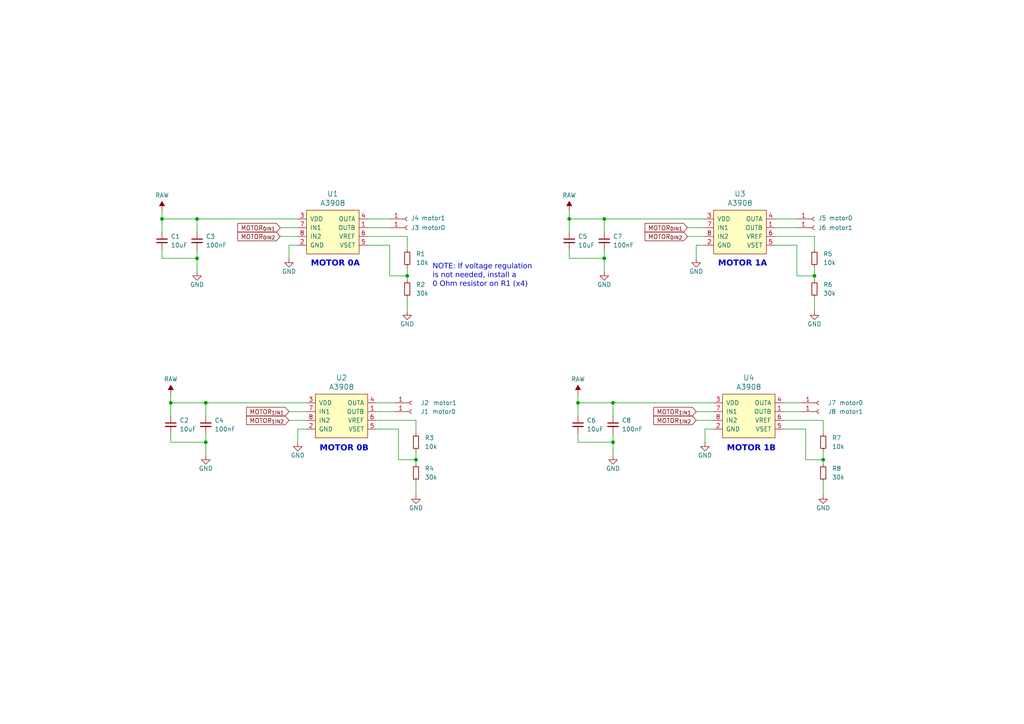
<source format=kicad_sch>
(kicad_sch (version 20231120) (generator "eeschema") (generator_version "8.0")
  (paper "A4")
  (title_block (date "2024-10-17"))
  (lib_symbols
    (symbol "A3908-custom_IC_1" (pin_names (offset 1.016))
      (property "Reference" "U5" (at 0 11.0998 0))
      (property "Value" "A3908" (at 0 8.4074 0))
      (symbol "A3908-custom_IC_1_1_1"
        (rectangle (start -7.62 6.35) (end 7.62 -6.35) (fill (type background)))
        (pin input line (at 10.16 1.27 180) (length 2.54) (name "OUTB") (number "1"))
        (pin input line (at -10.16 -3.81 0) (length 2.54) (name "GND") (number "2"))
        (pin input line (at -10.16 3.81 0) (length 2.54) (name "VDD") (number "3"))
        (pin input line (at 10.16 3.81 180) (length 2.54) (name "OUTA") (number "4"))
        (pin input line (at 10.16 -3.81 180) (length 2.54) (name "VSET") (number "5"))
        (pin input line (at 10.16 -1.27 180) (length 2.54) (name "VREF") (number "6"))
        (pin input line (at -10.16 1.27 0) (length 2.54) (name "IN1") (number "7"))
        (pin input line (at -10.16 -1.27 0) (length 2.54) (name "IN2") (number "8"))
        (pin input line (at -10.16 -3.81 0) (length 2.54) hide (name "GND_PAD") (number "9"))
      )
    )
    (symbol "Device:C_Small" (pin_numbers hide) (pin_names (offset 0.254) hide)
      (property "Reference" "C" (at 0.254 1.778 0))
      (property "Value" "C_Small" (at 0.254 -2.032 0))
      (symbol "C_Small_0_1"
        (polyline (pts (xy -1.524 -0.508) (xy 1.524 -0.508)) (stroke (width 0.3302)))
        (polyline (pts (xy -1.524 0.508) (xy 1.524 0.508)) (stroke (width 0.3048)))
      )
      (symbol "C_Small_1_1"
        (pin passive line (at 0 2.54 270) (length 2.032) (name "~") (number "1"))
        (pin passive line (at 0 -2.54 90) (length 2.032) (name "~") (number "2"))
      )
    )
    (symbol "Device:R_Small" (pin_numbers hide) (pin_names (offset 0.254) hide)
      (property "Reference" "R" (at 0.762 0.508 0))
      (property "Value" "R_Small" (at 0.762 -1.016 0))
      (symbol "R_Small_0_1"
        (rectangle (start -0.762 1.778) (end 0.762 -1.778) (stroke (width 0.2032)))
      )
      (symbol "R_Small_1_1"
        (pin passive line (at 0 2.54 270) (length 0.762) (name "~") (number "1"))
        (pin passive line (at 0 -2.54 90) (length 0.762) (name "~") (number "2"))
      )
    )
    (symbol "SAMC21_breakout-rescue:Conn_01x01_Female-Connector" (pin_names (offset 1.016) hide)
      (property "Reference" "J" (at 0 2.54 0))
      (property "Value" "Connector:Conn_01x01_Female" (at 0 -2.54 0))
      (symbol "Conn_01x01_Female-Connector_1_1"
        (polyline (pts (xy -1.27 0) (xy -0.508 0)) (stroke (width 0.1524)))
        (arc (start 0 0.508) (mid -0.508 0) (end 0 -0.508) (stroke (width 0.1524)))
        (pin passive line (at -5.08 0 0) (length 3.81) (name "Pin_1") (number "1"))
      )
    )
    (symbol "SAMC21_breakout-rescue:GND" (power) (pin_names (offset 0))
      (property "Value" "GND" (at 0 -3.81 0))
      (symbol "GND_0_1"
        (polyline (pts (xy 0 0) (xy 0 -1.27) (xy 1.27 -1.27) (xy 0 -2.54) (xy -1.27 -1.27) (xy 0 -1.27)))
      )
      (symbol "GND_1_1"
        (pin power_in line (at 0 0 270) (length 0) hide (name "GND") (number "1"))
      )
    )
    (symbol "power:VCOM" (power) (pin_numbers hide) (pin_names (offset 0) hide)
      (property "Value" "VCOM" (at 0 3.556 0))
      (symbol "VCOM_0_1"
        (polyline (pts (xy 0 0) (xy 0 2.54)))
        (polyline (pts (xy 0.762 1.27) (xy -0.762 1.27) (xy 0 2.54) (xy 0.762 1.27)) (fill (type outline)))
      )
      (symbol "VCOM_1_1"
        (pin power_in line (at 0 0 90) (length 0) (name "~") (number "1"))
      )
    )
  )
  (junction (at 238.76 133.35))
  (junction (at 57.15 74.93))
  (junction (at 167.64 116.84))
  (junction (at 236.22 80.01))
  (junction (at 165.1 63.5))
  (junction (at 46.99 63.5))
  (junction (at 118.11 80.01))
  (junction (at 49.53 116.84))
  (junction (at 120.65 133.35))
  (junction (at 177.8 116.84))
  (junction (at 59.69 128.27))
  (junction (at 57.15 63.5))
  (junction (at 177.8 128.27))
  (junction (at 59.69 116.84))
  (junction (at 175.26 74.93))
  (junction (at 175.26 63.5))
  (wire (pts (xy 57.15 78.74) (xy 57.15 74.93)))
  (wire (pts (xy 165.1 63.5) (xy 165.1 67.31)))
  (wire (pts (xy 83.82 71.12) (xy 86.36 71.12)))
  (wire (pts (xy 114.3 119.38) (xy 109.22 119.38)))
  (wire (pts (xy 227.33 124.46) (xy 233.68 124.46)))
  (wire (pts (xy 46.99 60.96) (xy 46.99 63.5)))
  (wire (pts (xy 86.36 124.46) (xy 88.9 124.46)))
  (wire (pts (xy 201.93 119.38) (xy 207.01 119.38)))
  (wire (pts (xy 236.22 72.39) (xy 236.22 68.58)))
  (wire (pts (xy 227.33 121.92) (xy 238.76 121.92)))
  (wire (pts (xy 238.76 133.35) (xy 238.76 134.62)))
  (wire (pts (xy 224.79 68.58) (xy 236.22 68.58)))
  (wire (pts (xy 238.76 143.51) (xy 238.76 139.7)))
  (wire (pts (xy 120.65 130.81) (xy 120.65 133.35)))
  (wire (pts (xy 175.26 67.31) (xy 175.26 63.5)))
  (wire (pts (xy 177.8 132.08) (xy 177.8 128.27)))
  (wire (pts (xy 175.26 74.93) (xy 175.26 72.39)))
  (wire (pts (xy 177.8 116.84) (xy 167.64 116.84)))
  (wire (pts (xy 233.68 124.46) (xy 233.68 133.35)))
  (wire (pts (xy 231.14 63.5) (xy 224.79 63.5)))
  (wire (pts (xy 59.69 128.27) (xy 59.69 125.73)))
  (wire (pts (xy 49.53 128.27) (xy 49.53 125.73)))
  (wire (pts (xy 175.26 78.74) (xy 175.26 74.93)))
  (wire (pts (xy 109.22 124.46) (xy 115.57 124.46)))
  (wire (pts (xy 167.64 116.84) (xy 167.64 120.65)))
  (wire (pts (xy 120.65 125.73) (xy 120.65 121.92)))
  (wire (pts (xy 199.39 66.04) (xy 204.47 66.04)))
  (wire (pts (xy 57.15 74.93) (xy 57.15 72.39)))
  (wire (pts (xy 236.22 77.47) (xy 236.22 80.01)))
  (wire (pts (xy 236.22 80.01) (xy 231.14 80.01)))
  (wire (pts (xy 118.11 72.39) (xy 118.11 68.58)))
  (wire (pts (xy 232.41 116.84) (xy 227.33 116.84)))
  (wire (pts (xy 201.93 71.12) (xy 204.47 71.12)))
  (wire (pts (xy 118.11 77.47) (xy 118.11 80.01)))
  (wire (pts (xy 115.57 124.46) (xy 115.57 133.35)))
  (wire (pts (xy 236.22 80.01) (xy 236.22 81.28)))
  (wire (pts (xy 238.76 125.73) (xy 238.76 121.92)))
  (wire (pts (xy 175.26 74.93) (xy 165.1 74.93)))
  (wire (pts (xy 118.11 80.01) (xy 118.11 81.28)))
  (wire (pts (xy 106.68 68.58) (xy 118.11 68.58)))
  (wire (pts (xy 59.69 128.27) (xy 49.53 128.27)))
  (wire (pts (xy 177.8 116.84) (xy 207.01 116.84)))
  (wire (pts (xy 204.47 128.27) (xy 204.47 124.46)))
  (wire (pts (xy 238.76 130.81) (xy 238.76 133.35)))
  (wire (pts (xy 175.26 63.5) (xy 204.47 63.5)))
  (wire (pts (xy 118.11 80.01) (xy 113.03 80.01)))
  (wire (pts (xy 113.03 66.04) (xy 106.68 66.04)))
  (wire (pts (xy 165.1 60.96) (xy 165.1 63.5)))
  (wire (pts (xy 83.82 119.38) (xy 88.9 119.38)))
  (wire (pts (xy 232.41 119.38) (xy 227.33 119.38)))
  (wire (pts (xy 231.14 66.04) (xy 224.79 66.04)))
  (wire (pts (xy 83.82 121.92) (xy 88.9 121.92)))
  (wire (pts (xy 59.69 116.84) (xy 88.9 116.84)))
  (wire (pts (xy 201.93 121.92) (xy 207.01 121.92)))
  (wire (pts (xy 201.93 74.93) (xy 201.93 71.12)))
  (wire (pts (xy 57.15 63.5) (xy 86.36 63.5)))
  (wire (pts (xy 49.53 114.3) (xy 49.53 116.84)))
  (wire (pts (xy 120.65 133.35) (xy 120.65 134.62)))
  (wire (pts (xy 175.26 63.5) (xy 165.1 63.5)))
  (wire (pts (xy 114.3 116.84) (xy 109.22 116.84)))
  (wire (pts (xy 57.15 67.31) (xy 57.15 63.5)))
  (wire (pts (xy 165.1 74.93) (xy 165.1 72.39)))
  (wire (pts (xy 106.68 71.12) (xy 113.03 71.12)))
  (wire (pts (xy 59.69 116.84) (xy 49.53 116.84)))
  (wire (pts (xy 83.82 74.93) (xy 83.82 71.12)))
  (wire (pts (xy 109.22 121.92) (xy 120.65 121.92)))
  (wire (pts (xy 120.65 143.51) (xy 120.65 139.7)))
  (wire (pts (xy 177.8 120.65) (xy 177.8 116.84)))
  (wire (pts (xy 81.28 68.58) (xy 86.36 68.58)))
  (wire (pts (xy 177.8 128.27) (xy 177.8 125.73)))
  (wire (pts (xy 113.03 63.5) (xy 106.68 63.5)))
  (wire (pts (xy 238.76 133.35) (xy 233.68 133.35)))
  (wire (pts (xy 59.69 132.08) (xy 59.69 128.27)))
  (wire (pts (xy 167.64 128.27) (xy 167.64 125.73)))
  (wire (pts (xy 120.65 133.35) (xy 115.57 133.35)))
  (wire (pts (xy 57.15 63.5) (xy 46.99 63.5)))
  (wire (pts (xy 81.28 66.04) (xy 86.36 66.04)))
  (wire (pts (xy 224.79 71.12) (xy 231.14 71.12)))
  (wire (pts (xy 231.14 71.12) (xy 231.14 80.01)))
  (wire (pts (xy 177.8 128.27) (xy 167.64 128.27)))
  (wire (pts (xy 59.69 120.65) (xy 59.69 116.84)))
  (wire (pts (xy 49.53 116.84) (xy 49.53 120.65)))
  (wire (pts (xy 236.22 90.17) (xy 236.22 86.36)))
  (wire (pts (xy 86.36 128.27) (xy 86.36 124.46)))
  (wire (pts (xy 204.47 124.46) (xy 207.01 124.46)))
  (wire (pts (xy 46.99 63.5) (xy 46.99 67.31)))
  (wire (pts (xy 57.15 74.93) (xy 46.99 74.93)))
  (wire (pts (xy 46.99 74.93) (xy 46.99 72.39)))
  (wire (pts (xy 167.64 114.3) (xy 167.64 116.84)))
  (wire (pts (xy 118.11 90.17) (xy 118.11 86.36)))
  (wire (pts (xy 113.03 71.12) (xy 113.03 80.01)))
  (wire (pts (xy 199.39 68.58) (xy 204.47 68.58)))
  (text "MOTOR 0B\n" (at 92.71 131.572 0) (effects (font (size 1.7 1.7) (thickness 0.34) (bold yes)) (justify left bottom)))
  (text "MOTOR 1B\n" (at 210.82 131.572 0) (effects (font (size 1.7 1.7) (thickness 0.34) (bold yes)) (justify left bottom)))
  (text "NOTE: If voltage regulation\nis not needed, install a \n0 Ohm resistor on R1 (x4)" (at 125.476 83.82 0) (effects (font (size 1.524 1.524)) (justify left bottom)))
  (text "MOTOR 0A\n" (at 90.17 77.978 0) (effects (font (size 1.7 1.7) (thickness 0.34) (bold yes)) (justify left bottom)))
  (text "MOTOR 1A\n" (at 208.28 77.978 0) (effects (font (size 1.7 1.7) (thickness 0.34) (bold yes)) (justify left bottom)))
  (global_label "MOTOR_{1_{IN1}}" (shape input) (at 83.82 119.38 180) (property "Intersheetrefs" "${INTERSHEET_REFS}" (effects (hide yes))))
  (global_label "MOTOR_{0_{IN2}}" (shape input) (at 199.39 68.58 180) (property "Intersheetrefs" "${INTERSHEET_REFS}" (effects (hide yes))))
  (global_label "MOTOR_{0_{IN1}}" (shape input) (at 81.28 66.04 180) (property "Intersheetrefs" "${INTERSHEET_REFS}" (effects (hide yes))))
  (global_label "MOTOR_{1_{IN1}}" (shape input) (at 201.93 119.38 180) (property "Intersheetrefs" "${INTERSHEET_REFS}" (effects (hide yes))))
  (global_label "MOTOR_{0_{IN1}}" (shape input) (at 199.39 66.04 180) (property "Intersheetrefs" "${INTERSHEET_REFS}" (effects (hide yes))))
  (global_label "MOTOR_{0_{IN2}}" (shape input) (at 81.28 68.58 180) (property "Intersheetrefs" "${INTERSHEET_REFS}" (effects (hide yes))))
  (global_label "MOTOR_{1_{IN2}}" (shape input) (at 83.82 121.92 180) (property "Intersheetrefs" "${INTERSHEET_REFS}" (effects (hide yes))))
  (global_label "MOTOR_{1_{IN2}}" (shape input) (at 201.93 121.92 180) (property "Intersheetrefs" "${INTERSHEET_REFS}" (effects (hide yes))))
  (symbol (lib_id "Device:C_Small") (at 165.1 69.85 0) (mirror y) (unit 1)
    (property "Reference" "C5" (at 167.64 68.5862 0) (effects (justify right)))
    (property "Value" "10uF" (at 167.64 71.1262 0) (effects (justify right)))
    (property "Description" "Unpolarized capacitor, small symbol" (effects (hide yes)))
  )
  (symbol (lib_id "Device:R_Small") (at 236.22 83.82 0) (unit 1)
    (property "Reference" "R6" (at 238.76 82.5499 0) (effects (justify left)))
    (property "Value" "30k" (at 238.76 85.0899 0) (effects (justify left)))
    (property "Description" "Resistor, small symbol" (effects (hide yes)))
  )
  (symbol (lib_id "Device:R_Small") (at 120.65 137.16 0) (unit 1)
    (property "Reference" "R4" (at 123.19 135.8899 0) (effects (justify left)))
    (property "Value" "30k" (at 123.19 138.4299 0) (effects (justify left)))
    (property "Description" "Resistor, small symbol" (effects (hide yes)))
  )
  (symbol (lib_id "SAMC21_breakout-rescue:GND") (at 118.11 90.17 0) (unit 1)
    (property "Reference" "#PWR036" (effects (hide yes)))
    (property "Value" "GND" (at 118.11 93.98 0))
  )
  (symbol (lib_id "Device:R_Small") (at 238.76 137.16 0) (unit 1)
    (property "Reference" "R8" (at 241.3 135.8899 0) (effects (justify left)))
    (property "Value" "30k" (at 241.3 138.4299 0) (effects (justify left)))
    (property "Description" "Resistor, small symbol" (effects (hide yes)))
  )
  (symbol (lib_id "SAMC21_breakout-rescue:GND") (at 201.93 74.93 0) (unit 1)
    (property "Reference" "#PWR059" (effects (hide yes)))
    (property "Value" "GND" (at 201.93 78.74 0))
  )
  (symbol (lib_id "Device:R_Small") (at 118.11 83.82 0) (unit 1)
    (property "Reference" "R2" (at 120.65 82.5499 0) (effects (justify left)))
    (property "Value" "30k" (at 120.65 85.0899 0) (effects (justify left)))
    (property "Description" "Resistor, small symbol" (effects (hide yes)))
  )
  (symbol (lib_id "SAMC21_breakout-rescue:GND") (at 59.69 132.08 0) (unit 1)
    (property "Reference" "#PWR053" (effects (hide yes)))
    (property "Value" "GND" (at 59.69 135.89 0))
  )
  (symbol (lib_name "A3908-custom_IC_1") (lib_id "SAMC21_breakout-rescue:A3908-custom_IC") (at 96.52 67.31 0) (unit 1)
    (property "Reference" "U1" (at 96.52 56.2102 0) (effects (font (size 1.524 1.524))))
    (property "Value" "A3908" (at 96.52 58.9026 0) (effects (font (size 1.524 1.524))))
    (property "Footprint" "kicad_reformed_custom_IC:A3908" (effects (hide yes)))
    (property "Datasheet" "https://www.allegromicro.com/-/media/files/datasheets/a3908-datasheet.pdf" (effects (hide yes)))
  )
  (symbol (lib_id "SAMC21_breakout-rescue:Conn_01x01_Female-Connector") (at 119.38 116.84 0) (mirror x) (unit 1)
    (property "Reference" "J2" (at 123.19 116.84 0))
    (property "Value" "motor1" (at 129.032 116.84 0))
    (property "Footprint" "TestPoint:TestPoint_Pad_2.0x2.0mm" (effects (hide yes)))
  )
  (symbol (lib_name "A3908-custom_IC_1") (lib_id "SAMC21_breakout-rescue:A3908-custom_IC") (at 99.06 120.65 0) (unit 1)
    (property "Reference" "U2" (at 99.06 109.5502 0) (effects (font (size 1.524 1.524))))
    (property "Value" "A3908" (at 99.06 112.2426 0) (effects (font (size 1.524 1.524))))
    (property "Footprint" "kicad_reformed_custom_IC:A3908" (effects (hide yes)))
    (property "Datasheet" "https://www.allegromicro.com/-/media/files/datasheets/a3908-datasheet.pdf" (effects (hide yes)))
  )
  (symbol (lib_id "SAMC21_breakout-rescue:GND") (at 177.8 132.08 0) (unit 1)
    (property "Reference" "#PWR058" (effects (hide yes)))
    (property "Value" "GND" (at 177.8 135.89 0))
  )
  (symbol (lib_id "SAMC21_breakout-rescue:Conn_01x01_Female-Connector") (at 119.38 119.38 0) (mirror x) (unit 1)
    (property "Reference" "J1" (at 123.19 119.38 0))
    (property "Value" "motor0" (at 128.778 119.38 0))
    (property "Footprint" "TestPoint:TestPoint_Pad_2.0x2.0mm" (effects (hide yes)))
  )
  (symbol (lib_id "Device:C_Small") (at 175.26 69.85 0) (mirror y) (unit 1)
    (property "Reference" "C7" (at 177.8 68.5862 0) (effects (justify right)))
    (property "Value" "100nF" (at 177.8 71.1262 0) (effects (justify right)))
    (property "Description" "Unpolarized capacitor, small symbol" (effects (hide yes)))
  )
  (symbol (lib_id "Device:R_Small") (at 236.22 74.93 0) (unit 1)
    (property "Reference" "R5" (at 238.76 73.6599 0) (effects (justify left)))
    (property "Value" "10k" (at 238.76 76.1999 0) (effects (justify left)))
    (property "Description" "Resistor, small symbol" (effects (hide yes)))
  )
  (symbol (lib_id "Device:R_Small") (at 118.11 74.93 0) (unit 1)
    (property "Reference" "R1" (at 120.65 73.6599 0) (effects (justify left)))
    (property "Value" "10k" (at 120.65 76.1999 0) (effects (justify left)))
    (property "Description" "Resistor, small symbol" (effects (hide yes)))
  )
  (symbol (lib_id "SAMC21_breakout-rescue:GND") (at 236.22 90.17 0) (unit 1)
    (property "Reference" "#PWR061" (effects (hide yes)))
    (property "Value" "GND" (at 236.22 93.98 0))
  )
  (symbol (lib_id "Device:C_Small") (at 177.8 123.19 0) (mirror y) (unit 1)
    (property "Reference" "C8" (at 180.34 121.9262 0) (effects (justify right)))
    (property "Value" "100nF" (at 180.34 124.4662 0) (effects (justify right)))
    (property "Description" "Unpolarized capacitor, small symbol" (effects (hide yes)))
  )
  (symbol (lib_id "Device:C_Small") (at 167.64 123.19 0) (mirror y) (unit 1)
    (property "Reference" "C6" (at 170.18 121.9262 0) (effects (justify right)))
    (property "Value" "10uF" (at 170.18 124.4662 0) (effects (justify right)))
    (property "Description" "Unpolarized capacitor, small symbol" (effects (hide yes)))
  )
  (symbol (lib_id "SAMC21_breakout-rescue:Conn_01x01_Female-Connector") (at 237.49 116.84 0) (mirror x) (unit 1)
    (property "Reference" "J7" (at 241.3 116.84 0))
    (property "Value" "motor0" (at 246.888 116.84 0))
    (property "Footprint" "TestPoint:TestPoint_Pad_2.0x2.0mm" (effects (hide yes)))
  )
  (symbol (lib_id "Device:C_Small") (at 57.15 69.85 0) (mirror y) (unit 1)
    (property "Reference" "C3" (at 59.69 68.5862 0) (effects (justify right)))
    (property "Value" "100nF" (at 59.69 71.1262 0) (effects (justify right)))
    (property "Description" "Unpolarized capacitor, small symbol" (effects (hide yes)))
  )
  (symbol (lib_id "SAMC21_breakout-rescue:GND") (at 238.76 143.51 0) (unit 1)
    (property "Reference" "#PWR062" (effects (hide yes)))
    (property "Value" "GND" (at 238.76 147.32 0))
  )
  (symbol (lib_id "power:VCOM") (at 167.64 114.3 0) (unit 1)
    (property "Reference" "#PWR056" (effects (hide yes)))
    (property "Value" "RAW" (at 167.64 109.982 0))
    (property "Description" "Power symbol creates a global label with name \"VCOM\"" (effects (hide yes)))
  )
  (symbol (lib_id "SAMC21_breakout-rescue:Conn_01x01_Female-Connector") (at 236.22 66.04 0) (mirror x) (unit 1)
    (property "Reference" "J6" (at 238.506 66.04 0))
    (property "Value" "motor1" (at 243.84 66.04 0))
    (property "Footprint" "TestPoint:TestPoint_Pad_2.0x2.0mm" (effects (hide yes)))
  )
  (symbol (lib_id "SAMC21_breakout-rescue:Conn_01x01_Female-Connector") (at 118.11 66.04 0) (mirror x) (unit 1)
    (property "Reference" "J3" (at 120.396 66.04 0))
    (property "Value" "motor0" (at 125.73 66.04 0))
    (property "Footprint" "TestPoint:TestPoint_Pad_2.0x2.0mm" (effects (hide yes)))
  )
  (symbol (lib_id "power:VCOM") (at 165.1 60.96 0) (unit 1)
    (property "Reference" "#PWR055" (effects (hide yes)))
    (property "Value" "RAW" (at 165.1 56.642 0))
    (property "Description" "Power symbol creates a global label with name \"VCOM\"" (effects (hide yes)))
  )
  (symbol (lib_id "SAMC21_breakout-rescue:GND") (at 120.65 143.51 0) (unit 1)
    (property "Reference" "#PWR032" (effects (hide yes)))
    (property "Value" "GND" (at 120.65 147.32 0))
  )
  (symbol (lib_id "SAMC21_breakout-rescue:GND") (at 86.36 128.27 0) (unit 1)
    (property "Reference" "#PWR054" (effects (hide yes)))
    (property "Value" "GND" (at 86.36 132.08 0))
  )
  (symbol (lib_name "A3908-custom_IC_1") (lib_id "SAMC21_breakout-rescue:A3908-custom_IC") (at 217.17 120.65 0) (unit 1)
    (property "Reference" "U4" (at 217.17 109.5502 0) (effects (font (size 1.524 1.524))))
    (property "Value" "A3908" (at 217.17 112.2426 0) (effects (font (size 1.524 1.524))))
    (property "Footprint" "kicad_reformed_custom_IC:A3908" (effects (hide yes)))
    (property "Datasheet" "https://www.allegromicro.com/-/media/files/datasheets/a3908-datasheet.pdf" (effects (hide yes)))
  )
  (symbol (lib_id "SAMC21_breakout-rescue:GND") (at 57.15 78.74 0) (unit 1)
    (property "Reference" "#PWR030" (effects (hide yes)))
    (property "Value" "GND" (at 57.15 82.55 0))
  )
  (symbol (lib_id "power:VCOM") (at 46.99 60.96 0) (unit 1)
    (property "Reference" "#PWR052" (effects (hide yes)))
    (property "Value" "RAW" (at 46.99 56.642 0))
    (property "Description" "Power symbol creates a global label with name \"VCOM\"" (effects (hide yes)))
  )
  (symbol (lib_id "Device:R_Small") (at 238.76 128.27 0) (unit 1)
    (property "Reference" "R7" (at 241.3 126.9999 0) (effects (justify left)))
    (property "Value" "10k" (at 241.3 129.5399 0) (effects (justify left)))
    (property "Description" "Resistor, small symbol" (effects (hide yes)))
  )
  (symbol (lib_id "Device:C_Small") (at 46.99 69.85 0) (mirror y) (unit 1)
    (property "Reference" "C1" (at 49.53 68.5862 0) (effects (justify right)))
    (property "Value" "10uF" (at 49.53 71.1262 0) (effects (justify right)))
    (property "Description" "Unpolarized capacitor, small symbol" (effects (hide yes)))
  )
  (symbol (lib_id "SAMC21_breakout-rescue:Conn_01x01_Female-Connector") (at 236.22 63.5 0) (mirror x) (unit 1)
    (property "Reference" "J5" (at 238.506 63.246 0))
    (property "Value" "motor0" (at 243.84 63.246 0))
    (property "Footprint" "TestPoint:TestPoint_Pad_2.0x2.0mm" (effects (hide yes)))
  )
  (symbol (lib_id "power:VCOM") (at 49.53 114.3 0) (unit 1)
    (property "Reference" "#PWR045" (effects (hide yes)))
    (property "Value" "RAW" (at 49.53 109.982 0))
    (property "Description" "Power symbol creates a global label with name \"VCOM\"" (effects (hide yes)))
  )
  (symbol (lib_name "A3908-custom_IC_1") (lib_id "SAMC21_breakout-rescue:A3908-custom_IC") (at 214.63 67.31 0) (unit 1)
    (property "Reference" "U3" (at 214.63 56.2102 0) (effects (font (size 1.524 1.524))))
    (property "Value" "A3908" (at 214.63 58.9026 0) (effects (font (size 1.524 1.524))))
    (property "Footprint" "kicad_reformed_custom_IC:A3908" (effects (hide yes)))
    (property "Datasheet" "https://www.allegromicro.com/-/media/files/datasheets/a3908-datasheet.pdf" (effects (hide yes)))
  )
  (symbol (lib_id "SAMC21_breakout-rescue:GND") (at 204.47 128.27 0) (unit 1)
    (property "Reference" "#PWR060" (effects (hide yes)))
    (property "Value" "GND" (at 204.47 132.08 0))
  )
  (symbol (lib_id "Device:R_Small") (at 120.65 128.27 0) (unit 1)
    (property "Reference" "R3" (at 123.19 126.9999 0) (effects (justify left)))
    (property "Value" "10k" (at 123.19 129.5399 0) (effects (justify left)))
    (property "Description" "Resistor, small symbol" (effects (hide yes)))
  )
  (symbol (lib_id "Device:C_Small") (at 49.53 123.19 0) (mirror y) (unit 1)
    (property "Reference" "C2" (at 52.07 121.9262 0) (effects (justify right)))
    (property "Value" "10uF" (at 52.07 124.4662 0) (effects (justify right)))
    (property "Description" "Unpolarized capacitor, small symbol" (effects (hide yes)))
  )
  (symbol (lib_id "Device:C_Small") (at 59.69 123.19 0) (mirror y) (unit 1)
    (property "Reference" "C4" (at 62.23 121.9262 0) (effects (justify right)))
    (property "Value" "100nF" (at 62.23 124.4662 0) (effects (justify right)))
    (property "Description" "Unpolarized capacitor, small symbol" (effects (hide yes)))
  )
  (symbol (lib_id "SAMC21_breakout-rescue:Conn_01x01_Female-Connector") (at 118.11 63.5 0) (mirror x) (unit 1)
    (property "Reference" "J4" (at 120.396 63.246 0))
    (property "Value" "motor1" (at 125.73 63.246 0))
    (property "Footprint" "TestPoint:TestPoint_Pad_2.0x2.0mm" (effects (hide yes)))
  )
  (symbol (lib_id "SAMC21_breakout-rescue:GND") (at 175.26 78.74 0) (unit 1)
    (property "Reference" "#PWR057" (effects (hide yes)))
    (property "Value" "GND" (at 175.26 82.55 0))
  )
  (symbol (lib_id "SAMC21_breakout-rescue:GND") (at 83.82 74.93 0) (unit 1)
    (property "Reference" "#PWR033" (effects (hide yes)))
    (property "Value" "GND" (at 83.82 78.74 0))
  )
  (symbol (lib_id "SAMC21_breakout-rescue:Conn_01x01_Female-Connector") (at 237.49 119.38 0) (mirror x) (unit 1)
    (property "Reference" "J8" (at 241.3 119.38 0))
    (property "Value" "motor1" (at 246.888 119.38 0))
    (property "Footprint" "TestPoint:TestPoint_Pad_2.0x2.0mm" (effects (hide yes)))
  )
)
</source>
